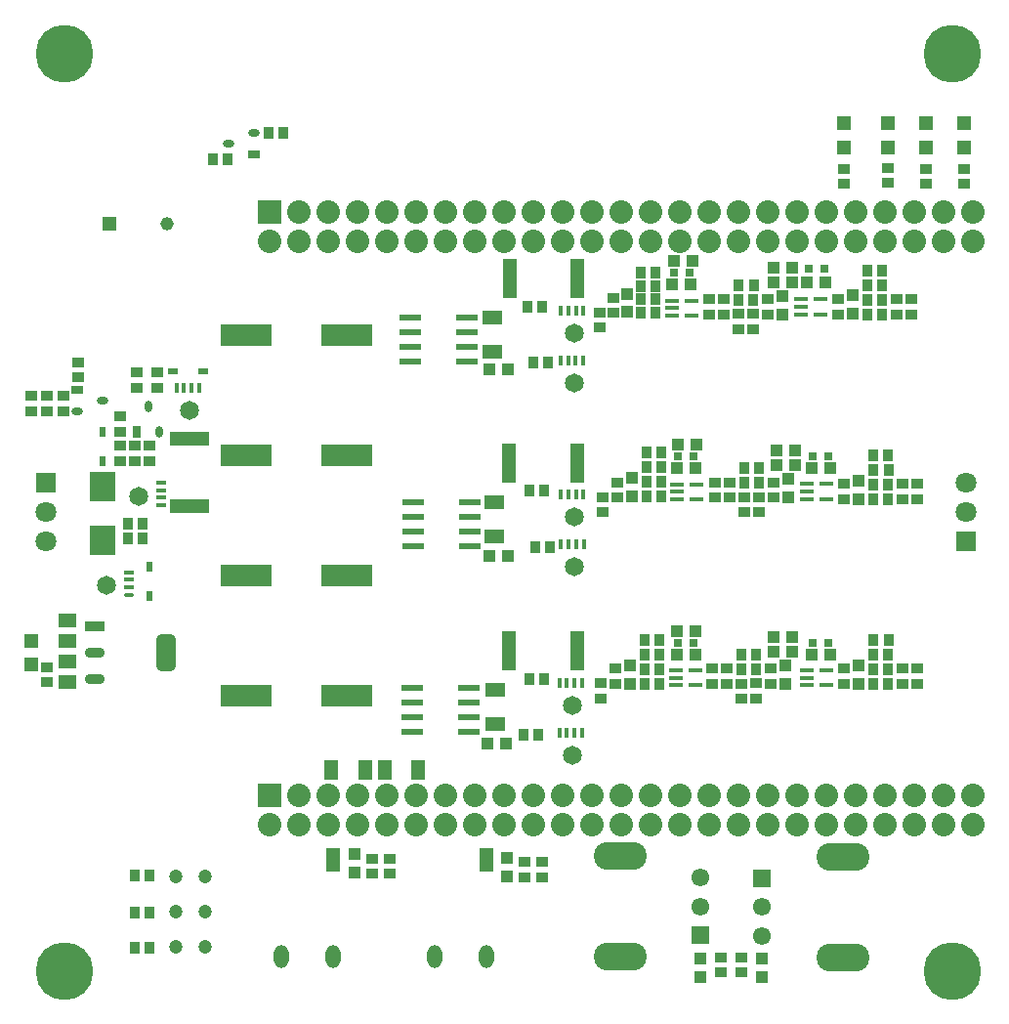
<source format=gbr>
G04*
G04 #@! TF.GenerationSoftware,Altium Limited,Altium Designer,23.6.0 (18)*
G04*
G04 Layer_Color=255*
%FSLAX25Y25*%
%MOIN*%
G70*
G04*
G04 #@! TF.SameCoordinates,4C77A988-F8BE-4A75-A6A8-83DB4AFB9164*
G04*
G04*
G04 #@! TF.FilePolarity,Positive*
G04*
G01*
G75*
%ADD24R,0.01575X0.03268*%
%ADD25C,0.06505*%
%ADD31R,0.02559X0.02756*%
%ADD32R,0.04765X0.01465*%
G04:AMPARAMS|DCode=33|XSize=47.65mil|YSize=14.65mil|CornerRadius=7.33mil|HoleSize=0mil|Usage=FLASHONLY|Rotation=0.000|XOffset=0mil|YOffset=0mil|HoleType=Round|Shape=RoundedRectangle|*
%AMROUNDEDRECTD33*
21,1,0.04765,0.00000,0,0,0.0*
21,1,0.03300,0.01465,0,0,0.0*
1,1,0.01465,0.01650,0.00000*
1,1,0.01465,-0.01650,0.00000*
1,1,0.01465,-0.01650,0.00000*
1,1,0.01465,0.01650,0.00000*
%
%ADD33ROUNDEDRECTD33*%
%ADD38R,0.03268X0.01575*%
%ADD44O,0.03268X0.01575*%
G04:AMPARAMS|DCode=46|XSize=69.06mil|YSize=124.89mil|CornerRadius=17.96mil|HoleSize=0mil|Usage=FLASHONLY|Rotation=0.000|XOffset=0mil|YOffset=0mil|HoleType=Round|Shape=RoundedRectangle|*
%AMROUNDEDRECTD46*
21,1,0.06906,0.08897,0,0,0.0*
21,1,0.03315,0.12489,0,0,0.0*
1,1,0.03591,0.01658,-0.04449*
1,1,0.03591,-0.01658,-0.04449*
1,1,0.03591,-0.01658,0.04449*
1,1,0.03591,0.01658,0.04449*
%
%ADD46ROUNDEDRECTD46*%
G04:AMPARAMS|DCode=47|XSize=69.06mil|YSize=35.96mil|CornerRadius=17.98mil|HoleSize=0mil|Usage=FLASHONLY|Rotation=0.000|XOffset=0mil|YOffset=0mil|HoleType=Round|Shape=RoundedRectangle|*
%AMROUNDEDRECTD47*
21,1,0.06906,0.00000,0,0,0.0*
21,1,0.03310,0.03596,0,0,0.0*
1,1,0.03596,0.01655,0.00000*
1,1,0.03596,-0.01655,0.00000*
1,1,0.03596,-0.01655,0.00000*
1,1,0.03596,0.01655,0.00000*
%
%ADD47ROUNDEDRECTD47*%
%ADD48R,0.06906X0.03596*%
%ADD57R,0.04528X0.04528*%
%ADD58C,0.04528*%
%ADD59C,0.06102*%
%ADD60R,0.06102X0.06102*%
G04:AMPARAMS|DCode=61|XSize=94.49mil|YSize=181.1mil|CornerRadius=47.24mil|HoleSize=0mil|Usage=FLASHONLY|Rotation=270.000|XOffset=0mil|YOffset=0mil|HoleType=Round|Shape=RoundedRectangle|*
%AMROUNDEDRECTD61*
21,1,0.09449,0.08661,0,0,270.0*
21,1,0.00000,0.18110,0,0,270.0*
1,1,0.09449,-0.04331,0.00000*
1,1,0.09449,-0.04331,0.00000*
1,1,0.09449,0.04331,0.00000*
1,1,0.09449,0.04331,0.00000*
%
%ADD61ROUNDEDRECTD61*%
%ADD63R,0.08000X0.08000*%
%ADD64C,0.08000*%
%ADD65R,0.07800X0.02200*%
%ADD66R,0.03937X0.03937*%
%ADD67R,0.07087X0.05118*%
%ADD68R,0.02362X0.03543*%
%ADD69R,0.03937X0.03543*%
%ADD70R,0.03543X0.03937*%
%ADD71R,0.03937X0.03937*%
%ADD72R,0.05118X0.13386*%
%ADD73R,0.03937X0.02756*%
%ADD74O,0.03937X0.02756*%
%ADD75R,0.02756X0.03937*%
%ADD76O,0.02756X0.03937*%
%ADD77R,0.13386X0.05118*%
%ADD78R,0.03543X0.02362*%
%ADD79R,0.04724X0.04724*%
%ADD80R,0.05906X0.05118*%
%ADD81R,0.17323X0.07480*%
%ADD82R,0.05118X0.07874*%
%ADD83O,0.05118X0.07874*%
%ADD84R,0.05118X0.07087*%
%ADD85R,0.08661X0.09843*%
%ADD90C,0.07087*%
%ADD91R,0.07087X0.07087*%
%ADD92C,0.04724*%
%ADD93C,0.19685*%
D24*
X176470Y81133D02*
D03*
X173911Y81133D02*
D03*
X171352D02*
D03*
X168793Y81133D02*
D03*
X176943Y208234D02*
D03*
X174384D02*
D03*
X171825D02*
D03*
X169266Y208234D02*
D03*
X177052Y225087D02*
D03*
X174493Y225087D02*
D03*
X171934Y225087D02*
D03*
X169375Y225087D02*
D03*
X168790Y98243D02*
D03*
X171349D02*
D03*
X173908D02*
D03*
X176468D02*
D03*
X169438Y145355D02*
D03*
X171997D02*
D03*
X174556D02*
D03*
X177115D02*
D03*
X169336Y162532D02*
D03*
X171895Y162532D02*
D03*
X174454D02*
D03*
X177013Y162532D02*
D03*
X38161Y198673D02*
D03*
X40720Y198673D02*
D03*
X43279D02*
D03*
X45839Y198673D02*
D03*
D25*
X173354Y73523D02*
D03*
X173827Y200624D02*
D03*
X173936Y217477D02*
D03*
X173352Y90633D02*
D03*
X174000Y137745D02*
D03*
X173898Y154922D02*
D03*
X25390Y161998D02*
D03*
X14390Y131439D02*
D03*
X42723Y191063D02*
D03*
D31*
X260658Y112000D02*
D03*
X255343D02*
D03*
X214657D02*
D03*
X209343D02*
D03*
Y175500D02*
D03*
X214657D02*
D03*
X260658D02*
D03*
X255343D02*
D03*
X207867Y238087D02*
D03*
X213182D02*
D03*
X259157Y239500D02*
D03*
X253842D02*
D03*
D32*
X253150Y102559D02*
D03*
X208800Y166000D02*
D03*
X253150Y166059D02*
D03*
X207175Y228646D02*
D03*
X251150Y229059D02*
D03*
X208650Y102559D02*
D03*
D33*
X253150Y100000D02*
D03*
Y97441D02*
D03*
X259850D02*
D03*
Y102559D02*
D03*
X208800Y163441D02*
D03*
Y160882D02*
D03*
X215500Y160882D02*
D03*
X215500Y166000D02*
D03*
X253150Y163500D02*
D03*
Y160941D02*
D03*
X259850D02*
D03*
Y166059D02*
D03*
X207175Y226087D02*
D03*
X207175Y223528D02*
D03*
X213875Y223528D02*
D03*
X213875Y228646D02*
D03*
X251150Y226500D02*
D03*
Y223941D02*
D03*
X257850Y223941D02*
D03*
X257850Y229059D02*
D03*
X215350Y102559D02*
D03*
Y97441D02*
D03*
X208650Y97441D02*
D03*
X208650Y100000D02*
D03*
D38*
X33000Y158882D02*
D03*
X33000Y161441D02*
D03*
Y164000D02*
D03*
Y166559D02*
D03*
X22000Y136000D02*
D03*
X22000Y133441D02*
D03*
X22000Y130882D02*
D03*
D44*
X22000Y128323D02*
D03*
D46*
X34772Y108500D02*
D03*
D47*
X10165Y99445D02*
D03*
Y108500D02*
D03*
D48*
Y117555D02*
D03*
D57*
X15157Y255000D02*
D03*
D58*
X34843D02*
D03*
D59*
X237941Y11835D02*
D03*
Y21677D02*
D03*
X217059Y31842D02*
D03*
Y22000D02*
D03*
D60*
X237941Y31520D02*
D03*
X217059Y12157D02*
D03*
D61*
X265500Y4354D02*
D03*
Y39000D02*
D03*
X189500Y39323D02*
D03*
Y4677D02*
D03*
D63*
X70000Y60000D02*
D03*
Y258968D02*
D03*
D64*
X70000Y50000D02*
D03*
X80000Y60000D02*
D03*
X80000Y50000D02*
D03*
X90000Y60000D02*
D03*
Y50000D02*
D03*
X100000Y60000D02*
D03*
Y50000D02*
D03*
X110000Y60000D02*
D03*
X110000Y50000D02*
D03*
X120000Y60000D02*
D03*
Y50000D02*
D03*
X130000Y60000D02*
D03*
X130000Y50000D02*
D03*
X140000Y60000D02*
D03*
X140000Y50000D02*
D03*
X150000Y60000D02*
D03*
Y50000D02*
D03*
X160000Y60000D02*
D03*
X160000Y50000D02*
D03*
X170000Y60000D02*
D03*
X170000Y50000D02*
D03*
X180000Y60000D02*
D03*
Y50000D02*
D03*
X190000Y60000D02*
D03*
Y50000D02*
D03*
X200000Y60000D02*
D03*
Y50000D02*
D03*
X210000Y60000D02*
D03*
X210000Y50000D02*
D03*
X220000Y60000D02*
D03*
X220000Y50000D02*
D03*
X230000Y60000D02*
D03*
Y50000D02*
D03*
X240000Y60000D02*
D03*
Y50000D02*
D03*
X250000Y60000D02*
D03*
X250000Y50000D02*
D03*
X260000Y60000D02*
D03*
X260000Y50000D02*
D03*
X270000Y60000D02*
D03*
Y50000D02*
D03*
X280000Y60000D02*
D03*
X280000Y50000D02*
D03*
X290000Y60000D02*
D03*
Y50000D02*
D03*
X300000Y60000D02*
D03*
X300000Y50000D02*
D03*
X310000Y60000D02*
D03*
X310000Y50000D02*
D03*
X210000Y258968D02*
D03*
X190000Y248969D02*
D03*
X200000D02*
D03*
X240000Y258968D02*
D03*
X230000Y248969D02*
D03*
X210000D02*
D03*
X180000Y258968D02*
D03*
X240000Y248969D02*
D03*
X220000D02*
D03*
X250000D02*
D03*
X270000D02*
D03*
X280000Y258968D02*
D03*
X280000Y248969D02*
D03*
X290000Y258968D02*
D03*
X290000Y248969D02*
D03*
X300000Y258968D02*
D03*
Y248969D02*
D03*
X310000D02*
D03*
X260000Y258968D02*
D03*
X250000Y258968D02*
D03*
X260000Y248969D02*
D03*
X270000Y258968D02*
D03*
X310000D02*
D03*
X170000D02*
D03*
X230000D02*
D03*
X220000D02*
D03*
X200000Y258968D02*
D03*
X190000D02*
D03*
X180000Y248969D02*
D03*
X170000D02*
D03*
X150000Y258968D02*
D03*
X160000Y248969D02*
D03*
X140000D02*
D03*
X160000Y258968D02*
D03*
X150000Y248969D02*
D03*
X140000Y258968D02*
D03*
X130000Y258968D02*
D03*
X80000D02*
D03*
X90000D02*
D03*
X90000Y248969D02*
D03*
X100000Y258968D02*
D03*
X110000D02*
D03*
Y248969D02*
D03*
X120000D02*
D03*
X100000D02*
D03*
X130000D02*
D03*
X80000D02*
D03*
X70000D02*
D03*
X120000Y258968D02*
D03*
D65*
X138052Y81633D02*
D03*
Y86633D02*
D03*
Y91633D02*
D03*
Y96633D02*
D03*
X118652D02*
D03*
Y91633D02*
D03*
Y86633D02*
D03*
Y81633D02*
D03*
X117888Y207938D02*
D03*
X117888Y212938D02*
D03*
X117888Y217938D02*
D03*
Y222938D02*
D03*
X137288Y222938D02*
D03*
X137288Y217938D02*
D03*
Y212938D02*
D03*
X137288Y207938D02*
D03*
X118829Y144750D02*
D03*
Y149750D02*
D03*
Y154750D02*
D03*
Y159750D02*
D03*
X138229D02*
D03*
Y154750D02*
D03*
Y149750D02*
D03*
Y144750D02*
D03*
D66*
X144202Y77633D02*
D03*
X150501D02*
D03*
X254850Y108000D02*
D03*
X261150D02*
D03*
X241850Y114000D02*
D03*
X248150D02*
D03*
X215150Y116000D02*
D03*
X208850D02*
D03*
X208850Y108000D02*
D03*
X215150D02*
D03*
X242850Y172500D02*
D03*
X249150D02*
D03*
X209350Y179500D02*
D03*
X215650D02*
D03*
X215150Y171500D02*
D03*
X208850D02*
D03*
X254850D02*
D03*
X261150D02*
D03*
X242850Y177500D02*
D03*
X249150D02*
D03*
X213674Y234087D02*
D03*
X207375D02*
D03*
X151375Y205012D02*
D03*
X145076Y205012D02*
D03*
X248150Y235000D02*
D03*
X241850D02*
D03*
X259650D02*
D03*
X253350D02*
D03*
X248150Y240000D02*
D03*
X241850D02*
D03*
X207875Y242087D02*
D03*
X214174D02*
D03*
X151174Y141587D02*
D03*
X144875D02*
D03*
X248150Y109000D02*
D03*
X241850D02*
D03*
D67*
X147031Y84291D02*
D03*
X147031Y95709D02*
D03*
X146031Y222709D02*
D03*
X146031Y211291D02*
D03*
X146531Y159709D02*
D03*
X146531Y148291D02*
D03*
D68*
X13000Y173764D02*
D03*
Y184000D02*
D03*
X29000Y127764D02*
D03*
Y138000D02*
D03*
D69*
X291000Y97941D02*
D03*
Y103059D02*
D03*
X286000Y103118D02*
D03*
Y98000D02*
D03*
X188500Y166559D02*
D03*
X188500Y161441D02*
D03*
X222000Y161441D02*
D03*
Y166559D02*
D03*
X227000Y166559D02*
D03*
Y161441D02*
D03*
X242000Y166618D02*
D03*
Y161500D02*
D03*
X183500Y156441D02*
D03*
Y161559D02*
D03*
X232000Y156441D02*
D03*
Y161559D02*
D03*
X237000Y156441D02*
D03*
Y161559D02*
D03*
X286000Y166059D02*
D03*
Y160941D02*
D03*
X291000Y160941D02*
D03*
Y166059D02*
D03*
X266000Y166118D02*
D03*
Y161000D02*
D03*
X187189Y224530D02*
D03*
Y229648D02*
D03*
X225000Y229059D02*
D03*
Y223941D02*
D03*
X220000Y229059D02*
D03*
X220000Y223941D02*
D03*
X264000Y229059D02*
D03*
Y223941D02*
D03*
X240000Y229059D02*
D03*
Y223941D02*
D03*
X284000Y223941D02*
D03*
Y229059D02*
D03*
X289000Y229059D02*
D03*
Y223941D02*
D03*
X235000Y224059D02*
D03*
Y218941D02*
D03*
X230000Y224059D02*
D03*
Y218941D02*
D03*
X182525Y219528D02*
D03*
Y224646D02*
D03*
X31500Y204059D02*
D03*
Y198941D02*
D03*
X24500Y198941D02*
D03*
Y204059D02*
D03*
X29000Y179059D02*
D03*
X29000Y173941D02*
D03*
X266000Y103059D02*
D03*
Y97941D02*
D03*
X183000Y98059D02*
D03*
Y92941D02*
D03*
X188000Y103059D02*
D03*
Y97941D02*
D03*
X221000Y103059D02*
D03*
Y97941D02*
D03*
X226000Y97941D02*
D03*
Y103059D02*
D03*
X236000Y98059D02*
D03*
Y92941D02*
D03*
X231000Y98000D02*
D03*
Y92882D02*
D03*
X241000Y97941D02*
D03*
Y103059D02*
D03*
X-11500Y196118D02*
D03*
X-11500Y191000D02*
D03*
X-500Y191000D02*
D03*
Y196118D02*
D03*
X-6000Y191000D02*
D03*
X-6000Y196118D02*
D03*
X-5968Y98441D02*
D03*
Y103559D02*
D03*
X157000Y37118D02*
D03*
Y32000D02*
D03*
X163000Y37118D02*
D03*
Y32000D02*
D03*
X231000Y4559D02*
D03*
Y-559D02*
D03*
X111000Y38232D02*
D03*
Y33114D02*
D03*
X105000Y38232D02*
D03*
Y33114D02*
D03*
X294000Y273559D02*
D03*
X294000Y268441D02*
D03*
X281000Y274000D02*
D03*
Y268882D02*
D03*
X266000Y273559D02*
D03*
Y268441D02*
D03*
X307000Y273559D02*
D03*
Y268441D02*
D03*
X224000Y4559D02*
D03*
Y-559D02*
D03*
X19000Y183941D02*
D03*
Y189059D02*
D03*
X4500Y207559D02*
D03*
X4500Y202441D02*
D03*
X24000Y179059D02*
D03*
Y173941D02*
D03*
X19000Y174000D02*
D03*
Y179118D02*
D03*
D70*
X276000Y113000D02*
D03*
X281118D02*
D03*
X203059D02*
D03*
X197941D02*
D03*
X197941Y103000D02*
D03*
X203059Y103000D02*
D03*
X198441Y177000D02*
D03*
X203559D02*
D03*
X231941Y171500D02*
D03*
X237059D02*
D03*
X237059Y166500D02*
D03*
X231941D02*
D03*
X203559Y162000D02*
D03*
X198441D02*
D03*
Y167000D02*
D03*
X203559D02*
D03*
X198441Y172000D02*
D03*
X203559D02*
D03*
X275941Y166000D02*
D03*
X281059D02*
D03*
X275941Y161000D02*
D03*
X281059D02*
D03*
X281118Y171000D02*
D03*
X276000D02*
D03*
X281059Y176000D02*
D03*
X275941D02*
D03*
X157941Y226606D02*
D03*
X163059D02*
D03*
X201584Y233587D02*
D03*
X196466Y233587D02*
D03*
X201584Y238087D02*
D03*
X196466D02*
D03*
X196466Y229087D02*
D03*
X201584D02*
D03*
X159941Y207500D02*
D03*
X165059D02*
D03*
X235118Y234000D02*
D03*
X230000D02*
D03*
X273941Y229000D02*
D03*
X279059D02*
D03*
X279059Y234000D02*
D03*
X273941D02*
D03*
X279000Y239000D02*
D03*
X273882D02*
D03*
X229941Y229000D02*
D03*
X235059D02*
D03*
X273941Y224000D02*
D03*
X279059D02*
D03*
X196466Y224587D02*
D03*
X201584D02*
D03*
X163559Y99500D02*
D03*
X158441D02*
D03*
X156643Y80633D02*
D03*
X161761D02*
D03*
X160441Y144500D02*
D03*
X165559D02*
D03*
X158441Y164000D02*
D03*
X163559D02*
D03*
X29059Y8000D02*
D03*
X23941D02*
D03*
X29059Y32500D02*
D03*
X23941D02*
D03*
X29059Y20000D02*
D03*
X23941D02*
D03*
X275941Y103000D02*
D03*
X281059D02*
D03*
X281059Y108000D02*
D03*
X275941D02*
D03*
X275941Y98000D02*
D03*
X281059D02*
D03*
X203059D02*
D03*
X197941D02*
D03*
X197941Y108000D02*
D03*
X203059D02*
D03*
X236059D02*
D03*
X230941D02*
D03*
X230941Y103000D02*
D03*
X236059D02*
D03*
X69441Y286000D02*
D03*
X74559D02*
D03*
X55559Y277000D02*
D03*
X50441D02*
D03*
X21441Y152500D02*
D03*
X26559D02*
D03*
Y147500D02*
D03*
X21441D02*
D03*
D71*
X246000Y97850D02*
D03*
Y104150D02*
D03*
X193500Y161736D02*
D03*
X193500Y168035D02*
D03*
X247000Y167799D02*
D03*
Y161500D02*
D03*
X271000Y167150D02*
D03*
Y160850D02*
D03*
X192025Y230985D02*
D03*
X192025Y224686D02*
D03*
X269000Y230535D02*
D03*
Y224236D02*
D03*
X245000Y230299D02*
D03*
Y224000D02*
D03*
X271000Y104150D02*
D03*
Y97850D02*
D03*
X193000Y97850D02*
D03*
Y104150D02*
D03*
X151000Y32295D02*
D03*
Y38594D02*
D03*
X99000Y33409D02*
D03*
Y39709D02*
D03*
X238000Y-2150D02*
D03*
Y4150D02*
D03*
X217000Y-2150D02*
D03*
X217000Y4150D02*
D03*
D72*
X175025Y236087D02*
D03*
X151796Y236087D02*
D03*
X151738Y109133D02*
D03*
X174966D02*
D03*
X174966Y173087D02*
D03*
X151737D02*
D03*
D73*
X4339Y198240D02*
D03*
X64500Y278500D02*
D03*
D74*
X4339Y190760D02*
D03*
X13000Y194500D02*
D03*
X64500Y285980D02*
D03*
X55839Y282240D02*
D03*
D75*
X24760Y183839D02*
D03*
D76*
X32240Y183839D02*
D03*
X28500Y192500D02*
D03*
D77*
X42500Y158386D02*
D03*
X42500Y181614D02*
D03*
D78*
X47118Y204500D02*
D03*
X36882D02*
D03*
D79*
X-11500Y104366D02*
D03*
Y112634D02*
D03*
X266000Y280866D02*
D03*
Y289134D02*
D03*
X281000Y280866D02*
D03*
X281000Y289134D02*
D03*
X294000Y280866D02*
D03*
Y289134D02*
D03*
X307000Y280866D02*
D03*
Y289134D02*
D03*
D80*
X969Y119346D02*
D03*
Y112654D02*
D03*
Y98654D02*
D03*
Y105347D02*
D03*
D81*
X96126Y135000D02*
D03*
X61874Y135000D02*
D03*
X96126Y176000D02*
D03*
X61874Y176000D02*
D03*
X96252Y94000D02*
D03*
X62000Y94000D02*
D03*
X96126Y217000D02*
D03*
X61874D02*
D03*
D82*
X144000Y37787D02*
D03*
X91716Y38000D02*
D03*
D83*
X144000Y4717D02*
D03*
X126284Y4716D02*
D03*
X91716Y4929D02*
D03*
X74000D02*
D03*
D84*
X102459Y68500D02*
D03*
X91041Y68500D02*
D03*
X109250Y68532D02*
D03*
X120667Y68532D02*
D03*
D85*
X13000Y165252D02*
D03*
Y146748D02*
D03*
D90*
X307500Y166500D02*
D03*
Y156500D02*
D03*
X-6500Y146500D02*
D03*
Y156500D02*
D03*
D91*
X307500Y146500D02*
D03*
X-6500Y166500D02*
D03*
D92*
X38000Y8102D02*
D03*
X48000D02*
D03*
X38000Y32102D02*
D03*
X48000D02*
D03*
X38000Y20102D02*
D03*
X48000Y20102D02*
D03*
D93*
X303000Y0D02*
D03*
X0D02*
D03*
X303000Y313000D02*
D03*
X0D02*
D03*
M02*

</source>
